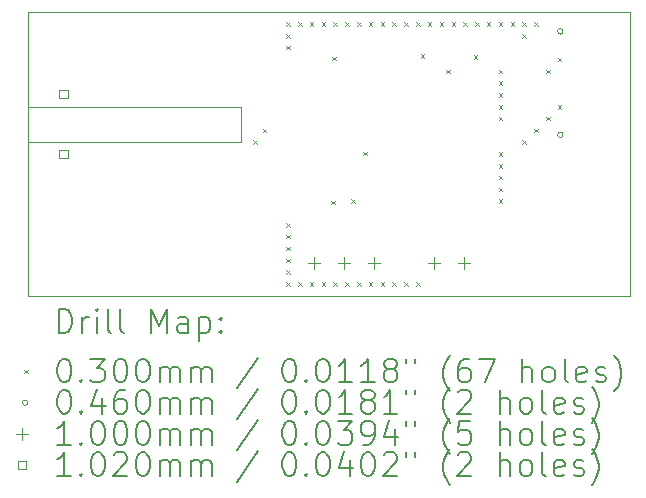
<source format=gbr>
%TF.GenerationSoftware,KiCad,Pcbnew,8.0.6*%
%TF.CreationDate,2025-02-18T13:58:59+01:00*%
%TF.ProjectId,DifferentialProbe,44696666-6572-4656-9e74-69616c50726f,rev?*%
%TF.SameCoordinates,Original*%
%TF.FileFunction,Drillmap*%
%TF.FilePolarity,Positive*%
%FSLAX45Y45*%
G04 Gerber Fmt 4.5, Leading zero omitted, Abs format (unit mm)*
G04 Created by KiCad (PCBNEW 8.0.6) date 2025-02-18 13:58:59*
%MOMM*%
%LPD*%
G01*
G04 APERTURE LIST*
%ADD10C,0.050000*%
%ADD11C,0.200000*%
%ADD12C,0.100000*%
%ADD13C,0.102000*%
G04 APERTURE END LIST*
D10*
X9200000Y-8100000D02*
X14300000Y-8100000D01*
X14300000Y-10500000D01*
X9200000Y-10500000D01*
X9200000Y-8100000D01*
X9200000Y-9200000D02*
X11000000Y-9200000D01*
X11000000Y-8900000D02*
X11000000Y-9200000D01*
X9200000Y-8900000D02*
X11000000Y-8900000D01*
D11*
D12*
X11105000Y-9185000D02*
X11135000Y-9215000D01*
X11135000Y-9185000D02*
X11105000Y-9215000D01*
X11185000Y-9085000D02*
X11215000Y-9115000D01*
X11215000Y-9085000D02*
X11185000Y-9115000D01*
X11385000Y-8185000D02*
X11415000Y-8215000D01*
X11415000Y-8185000D02*
X11385000Y-8215000D01*
X11385000Y-8285000D02*
X11415000Y-8315000D01*
X11415000Y-8285000D02*
X11385000Y-8315000D01*
X11385000Y-8385000D02*
X11415000Y-8415000D01*
X11415000Y-8385000D02*
X11385000Y-8415000D01*
X11385000Y-9885000D02*
X11415000Y-9915000D01*
X11415000Y-9885000D02*
X11385000Y-9915000D01*
X11385000Y-9985000D02*
X11415000Y-10015000D01*
X11415000Y-9985000D02*
X11385000Y-10015000D01*
X11385000Y-10085000D02*
X11415000Y-10115000D01*
X11415000Y-10085000D02*
X11385000Y-10115000D01*
X11385000Y-10185000D02*
X11415000Y-10215000D01*
X11415000Y-10185000D02*
X11385000Y-10215000D01*
X11385000Y-10285000D02*
X11415000Y-10315000D01*
X11415000Y-10285000D02*
X11385000Y-10315000D01*
X11385000Y-10385000D02*
X11415000Y-10415000D01*
X11415000Y-10385000D02*
X11385000Y-10415000D01*
X11485000Y-8185000D02*
X11515000Y-8215000D01*
X11515000Y-8185000D02*
X11485000Y-8215000D01*
X11485000Y-10385000D02*
X11515000Y-10415000D01*
X11515000Y-10385000D02*
X11485000Y-10415000D01*
X11585000Y-8185000D02*
X11615000Y-8215000D01*
X11615000Y-8185000D02*
X11585000Y-8215000D01*
X11585000Y-10385000D02*
X11615000Y-10415000D01*
X11615000Y-10385000D02*
X11585000Y-10415000D01*
X11685000Y-8185000D02*
X11715000Y-8215000D01*
X11715000Y-8185000D02*
X11685000Y-8215000D01*
X11685000Y-10385000D02*
X11715000Y-10415000D01*
X11715000Y-10385000D02*
X11685000Y-10415000D01*
X11765000Y-9695000D02*
X11795000Y-9725000D01*
X11795000Y-9695000D02*
X11765000Y-9725000D01*
X11775000Y-8475000D02*
X11805000Y-8505000D01*
X11805000Y-8475000D02*
X11775000Y-8505000D01*
X11785000Y-8185000D02*
X11815000Y-8215000D01*
X11815000Y-8185000D02*
X11785000Y-8215000D01*
X11785000Y-10385000D02*
X11815000Y-10415000D01*
X11815000Y-10385000D02*
X11785000Y-10415000D01*
X11885000Y-8185000D02*
X11915000Y-8215000D01*
X11915000Y-8185000D02*
X11885000Y-8215000D01*
X11885000Y-10385000D02*
X11915000Y-10415000D01*
X11915000Y-10385000D02*
X11885000Y-10415000D01*
X11935000Y-9685000D02*
X11965000Y-9715000D01*
X11965000Y-9685000D02*
X11935000Y-9715000D01*
X11985000Y-8185000D02*
X12015000Y-8215000D01*
X12015000Y-8185000D02*
X11985000Y-8215000D01*
X11985000Y-10385000D02*
X12015000Y-10415000D01*
X12015000Y-10385000D02*
X11985000Y-10415000D01*
X12037577Y-9282500D02*
X12067577Y-9312500D01*
X12067577Y-9282500D02*
X12037577Y-9312500D01*
X12085000Y-8185000D02*
X12115000Y-8215000D01*
X12115000Y-8185000D02*
X12085000Y-8215000D01*
X12085000Y-10385000D02*
X12115000Y-10415000D01*
X12115000Y-10385000D02*
X12085000Y-10415000D01*
X12185000Y-8185000D02*
X12215000Y-8215000D01*
X12215000Y-8185000D02*
X12185000Y-8215000D01*
X12185000Y-10385000D02*
X12215000Y-10415000D01*
X12215000Y-10385000D02*
X12185000Y-10415000D01*
X12285000Y-8185000D02*
X12315000Y-8215000D01*
X12315000Y-8185000D02*
X12285000Y-8215000D01*
X12285000Y-10385000D02*
X12315000Y-10415000D01*
X12315000Y-10385000D02*
X12285000Y-10415000D01*
X12385000Y-8185000D02*
X12415000Y-8215000D01*
X12415000Y-8185000D02*
X12385000Y-8215000D01*
X12385000Y-10385000D02*
X12415000Y-10415000D01*
X12415000Y-10385000D02*
X12385000Y-10415000D01*
X12485000Y-8185000D02*
X12515000Y-8215000D01*
X12515000Y-8185000D02*
X12485000Y-8215000D01*
X12485000Y-10385000D02*
X12515000Y-10415000D01*
X12515000Y-10385000D02*
X12485000Y-10415000D01*
X12525000Y-8455000D02*
X12555000Y-8485000D01*
X12555000Y-8455000D02*
X12525000Y-8485000D01*
X12585000Y-8185000D02*
X12615000Y-8215000D01*
X12615000Y-8185000D02*
X12585000Y-8215000D01*
X12685000Y-8185000D02*
X12715000Y-8215000D01*
X12715000Y-8185000D02*
X12685000Y-8215000D01*
X12742000Y-8585000D02*
X12772000Y-8615000D01*
X12772000Y-8585000D02*
X12742000Y-8615000D01*
X12785000Y-8185000D02*
X12815000Y-8215000D01*
X12815000Y-8185000D02*
X12785000Y-8215000D01*
X12885000Y-8185000D02*
X12915000Y-8215000D01*
X12915000Y-8185000D02*
X12885000Y-8215000D01*
X12975000Y-8465000D02*
X13005000Y-8495000D01*
X13005000Y-8465000D02*
X12975000Y-8495000D01*
X12985000Y-8185000D02*
X13015000Y-8215000D01*
X13015000Y-8185000D02*
X12985000Y-8215000D01*
X13085000Y-8185000D02*
X13115000Y-8215000D01*
X13115000Y-8185000D02*
X13085000Y-8215000D01*
X13185000Y-8185000D02*
X13215000Y-8215000D01*
X13215000Y-8185000D02*
X13185000Y-8215000D01*
X13185000Y-8585000D02*
X13215000Y-8615000D01*
X13215000Y-8585000D02*
X13185000Y-8615000D01*
X13185000Y-8685000D02*
X13215000Y-8715000D01*
X13215000Y-8685000D02*
X13185000Y-8715000D01*
X13185000Y-8785000D02*
X13215000Y-8815000D01*
X13215000Y-8785000D02*
X13185000Y-8815000D01*
X13185000Y-8885000D02*
X13215000Y-8915000D01*
X13215000Y-8885000D02*
X13185000Y-8915000D01*
X13185000Y-8985000D02*
X13215000Y-9015000D01*
X13215000Y-8985000D02*
X13185000Y-9015000D01*
X13185000Y-9285000D02*
X13215000Y-9315000D01*
X13215000Y-9285000D02*
X13185000Y-9315000D01*
X13185000Y-9385000D02*
X13215000Y-9415000D01*
X13215000Y-9385000D02*
X13185000Y-9415000D01*
X13185000Y-9485000D02*
X13215000Y-9515000D01*
X13215000Y-9485000D02*
X13185000Y-9515000D01*
X13185000Y-9585000D02*
X13215000Y-9615000D01*
X13215000Y-9585000D02*
X13185000Y-9615000D01*
X13185000Y-9685000D02*
X13215000Y-9715000D01*
X13215000Y-9685000D02*
X13185000Y-9715000D01*
X13285000Y-8185000D02*
X13315000Y-8215000D01*
X13315000Y-8185000D02*
X13285000Y-8215000D01*
X13385000Y-8185000D02*
X13415000Y-8215000D01*
X13415000Y-8185000D02*
X13385000Y-8215000D01*
X13385000Y-8285000D02*
X13415000Y-8315000D01*
X13415000Y-8285000D02*
X13385000Y-8315000D01*
X13385000Y-9185000D02*
X13415000Y-9215000D01*
X13415000Y-9185000D02*
X13385000Y-9215000D01*
X13485000Y-8185000D02*
X13515000Y-8215000D01*
X13515000Y-8185000D02*
X13485000Y-8215000D01*
X13485000Y-9085000D02*
X13515000Y-9115000D01*
X13515000Y-9085000D02*
X13485000Y-9115000D01*
X13585000Y-8585000D02*
X13615000Y-8615000D01*
X13615000Y-8585000D02*
X13585000Y-8615000D01*
X13585000Y-8985000D02*
X13615000Y-9015000D01*
X13615000Y-8985000D02*
X13585000Y-9015000D01*
X13685000Y-8485000D02*
X13715000Y-8515000D01*
X13715000Y-8485000D02*
X13685000Y-8515000D01*
X13685000Y-8885000D02*
X13715000Y-8915000D01*
X13715000Y-8885000D02*
X13685000Y-8915000D01*
X13729000Y-8262000D02*
G75*
G02*
X13683000Y-8262000I-23000J0D01*
G01*
X13683000Y-8262000D02*
G75*
G02*
X13729000Y-8262000I23000J0D01*
G01*
X13729000Y-9138000D02*
G75*
G02*
X13683000Y-9138000I-23000J0D01*
G01*
X13683000Y-9138000D02*
G75*
G02*
X13729000Y-9138000I23000J0D01*
G01*
X11620750Y-10171500D02*
X11620750Y-10271500D01*
X11570750Y-10221500D02*
X11670750Y-10221500D01*
X11874750Y-10171500D02*
X11874750Y-10271500D01*
X11824750Y-10221500D02*
X11924750Y-10221500D01*
X12128750Y-10171500D02*
X12128750Y-10271500D01*
X12078750Y-10221500D02*
X12178750Y-10221500D01*
X12636750Y-10171500D02*
X12636750Y-10271500D01*
X12586750Y-10221500D02*
X12686750Y-10221500D01*
X12890750Y-10171500D02*
X12890750Y-10271500D01*
X12840750Y-10221500D02*
X12940750Y-10221500D01*
D13*
X9536063Y-8828063D02*
X9536063Y-8755937D01*
X9463937Y-8755937D01*
X9463937Y-8828063D01*
X9536063Y-8828063D01*
X9536063Y-9336063D02*
X9536063Y-9263937D01*
X9463937Y-9263937D01*
X9463937Y-9336063D01*
X9536063Y-9336063D01*
D11*
X9458277Y-10813984D02*
X9458277Y-10613984D01*
X9458277Y-10613984D02*
X9505896Y-10613984D01*
X9505896Y-10613984D02*
X9534467Y-10623508D01*
X9534467Y-10623508D02*
X9553515Y-10642555D01*
X9553515Y-10642555D02*
X9563039Y-10661603D01*
X9563039Y-10661603D02*
X9572563Y-10699698D01*
X9572563Y-10699698D02*
X9572563Y-10728270D01*
X9572563Y-10728270D02*
X9563039Y-10766365D01*
X9563039Y-10766365D02*
X9553515Y-10785412D01*
X9553515Y-10785412D02*
X9534467Y-10804460D01*
X9534467Y-10804460D02*
X9505896Y-10813984D01*
X9505896Y-10813984D02*
X9458277Y-10813984D01*
X9658277Y-10813984D02*
X9658277Y-10680650D01*
X9658277Y-10718746D02*
X9667801Y-10699698D01*
X9667801Y-10699698D02*
X9677324Y-10690174D01*
X9677324Y-10690174D02*
X9696372Y-10680650D01*
X9696372Y-10680650D02*
X9715420Y-10680650D01*
X9782086Y-10813984D02*
X9782086Y-10680650D01*
X9782086Y-10613984D02*
X9772563Y-10623508D01*
X9772563Y-10623508D02*
X9782086Y-10633031D01*
X9782086Y-10633031D02*
X9791610Y-10623508D01*
X9791610Y-10623508D02*
X9782086Y-10613984D01*
X9782086Y-10613984D02*
X9782086Y-10633031D01*
X9905896Y-10813984D02*
X9886848Y-10804460D01*
X9886848Y-10804460D02*
X9877324Y-10785412D01*
X9877324Y-10785412D02*
X9877324Y-10613984D01*
X10010658Y-10813984D02*
X9991610Y-10804460D01*
X9991610Y-10804460D02*
X9982086Y-10785412D01*
X9982086Y-10785412D02*
X9982086Y-10613984D01*
X10239229Y-10813984D02*
X10239229Y-10613984D01*
X10239229Y-10613984D02*
X10305896Y-10756841D01*
X10305896Y-10756841D02*
X10372563Y-10613984D01*
X10372563Y-10613984D02*
X10372563Y-10813984D01*
X10553515Y-10813984D02*
X10553515Y-10709222D01*
X10553515Y-10709222D02*
X10543991Y-10690174D01*
X10543991Y-10690174D02*
X10524944Y-10680650D01*
X10524944Y-10680650D02*
X10486848Y-10680650D01*
X10486848Y-10680650D02*
X10467801Y-10690174D01*
X10553515Y-10804460D02*
X10534467Y-10813984D01*
X10534467Y-10813984D02*
X10486848Y-10813984D01*
X10486848Y-10813984D02*
X10467801Y-10804460D01*
X10467801Y-10804460D02*
X10458277Y-10785412D01*
X10458277Y-10785412D02*
X10458277Y-10766365D01*
X10458277Y-10766365D02*
X10467801Y-10747317D01*
X10467801Y-10747317D02*
X10486848Y-10737793D01*
X10486848Y-10737793D02*
X10534467Y-10737793D01*
X10534467Y-10737793D02*
X10553515Y-10728270D01*
X10648753Y-10680650D02*
X10648753Y-10880650D01*
X10648753Y-10690174D02*
X10667801Y-10680650D01*
X10667801Y-10680650D02*
X10705896Y-10680650D01*
X10705896Y-10680650D02*
X10724944Y-10690174D01*
X10724944Y-10690174D02*
X10734467Y-10699698D01*
X10734467Y-10699698D02*
X10743991Y-10718746D01*
X10743991Y-10718746D02*
X10743991Y-10775889D01*
X10743991Y-10775889D02*
X10734467Y-10794936D01*
X10734467Y-10794936D02*
X10724944Y-10804460D01*
X10724944Y-10804460D02*
X10705896Y-10813984D01*
X10705896Y-10813984D02*
X10667801Y-10813984D01*
X10667801Y-10813984D02*
X10648753Y-10804460D01*
X10829705Y-10794936D02*
X10839229Y-10804460D01*
X10839229Y-10804460D02*
X10829705Y-10813984D01*
X10829705Y-10813984D02*
X10820182Y-10804460D01*
X10820182Y-10804460D02*
X10829705Y-10794936D01*
X10829705Y-10794936D02*
X10829705Y-10813984D01*
X10829705Y-10690174D02*
X10839229Y-10699698D01*
X10839229Y-10699698D02*
X10829705Y-10709222D01*
X10829705Y-10709222D02*
X10820182Y-10699698D01*
X10820182Y-10699698D02*
X10829705Y-10690174D01*
X10829705Y-10690174D02*
X10829705Y-10709222D01*
D12*
X9167500Y-11127500D02*
X9197500Y-11157500D01*
X9197500Y-11127500D02*
X9167500Y-11157500D01*
D11*
X9496372Y-11033984D02*
X9515420Y-11033984D01*
X9515420Y-11033984D02*
X9534467Y-11043508D01*
X9534467Y-11043508D02*
X9543991Y-11053031D01*
X9543991Y-11053031D02*
X9553515Y-11072079D01*
X9553515Y-11072079D02*
X9563039Y-11110174D01*
X9563039Y-11110174D02*
X9563039Y-11157793D01*
X9563039Y-11157793D02*
X9553515Y-11195888D01*
X9553515Y-11195888D02*
X9543991Y-11214936D01*
X9543991Y-11214936D02*
X9534467Y-11224460D01*
X9534467Y-11224460D02*
X9515420Y-11233984D01*
X9515420Y-11233984D02*
X9496372Y-11233984D01*
X9496372Y-11233984D02*
X9477324Y-11224460D01*
X9477324Y-11224460D02*
X9467801Y-11214936D01*
X9467801Y-11214936D02*
X9458277Y-11195888D01*
X9458277Y-11195888D02*
X9448753Y-11157793D01*
X9448753Y-11157793D02*
X9448753Y-11110174D01*
X9448753Y-11110174D02*
X9458277Y-11072079D01*
X9458277Y-11072079D02*
X9467801Y-11053031D01*
X9467801Y-11053031D02*
X9477324Y-11043508D01*
X9477324Y-11043508D02*
X9496372Y-11033984D01*
X9648753Y-11214936D02*
X9658277Y-11224460D01*
X9658277Y-11224460D02*
X9648753Y-11233984D01*
X9648753Y-11233984D02*
X9639229Y-11224460D01*
X9639229Y-11224460D02*
X9648753Y-11214936D01*
X9648753Y-11214936D02*
X9648753Y-11233984D01*
X9724944Y-11033984D02*
X9848753Y-11033984D01*
X9848753Y-11033984D02*
X9782086Y-11110174D01*
X9782086Y-11110174D02*
X9810658Y-11110174D01*
X9810658Y-11110174D02*
X9829705Y-11119698D01*
X9829705Y-11119698D02*
X9839229Y-11129222D01*
X9839229Y-11129222D02*
X9848753Y-11148270D01*
X9848753Y-11148270D02*
X9848753Y-11195888D01*
X9848753Y-11195888D02*
X9839229Y-11214936D01*
X9839229Y-11214936D02*
X9829705Y-11224460D01*
X9829705Y-11224460D02*
X9810658Y-11233984D01*
X9810658Y-11233984D02*
X9753515Y-11233984D01*
X9753515Y-11233984D02*
X9734467Y-11224460D01*
X9734467Y-11224460D02*
X9724944Y-11214936D01*
X9972563Y-11033984D02*
X9991610Y-11033984D01*
X9991610Y-11033984D02*
X10010658Y-11043508D01*
X10010658Y-11043508D02*
X10020182Y-11053031D01*
X10020182Y-11053031D02*
X10029705Y-11072079D01*
X10029705Y-11072079D02*
X10039229Y-11110174D01*
X10039229Y-11110174D02*
X10039229Y-11157793D01*
X10039229Y-11157793D02*
X10029705Y-11195888D01*
X10029705Y-11195888D02*
X10020182Y-11214936D01*
X10020182Y-11214936D02*
X10010658Y-11224460D01*
X10010658Y-11224460D02*
X9991610Y-11233984D01*
X9991610Y-11233984D02*
X9972563Y-11233984D01*
X9972563Y-11233984D02*
X9953515Y-11224460D01*
X9953515Y-11224460D02*
X9943991Y-11214936D01*
X9943991Y-11214936D02*
X9934467Y-11195888D01*
X9934467Y-11195888D02*
X9924944Y-11157793D01*
X9924944Y-11157793D02*
X9924944Y-11110174D01*
X9924944Y-11110174D02*
X9934467Y-11072079D01*
X9934467Y-11072079D02*
X9943991Y-11053031D01*
X9943991Y-11053031D02*
X9953515Y-11043508D01*
X9953515Y-11043508D02*
X9972563Y-11033984D01*
X10163039Y-11033984D02*
X10182086Y-11033984D01*
X10182086Y-11033984D02*
X10201134Y-11043508D01*
X10201134Y-11043508D02*
X10210658Y-11053031D01*
X10210658Y-11053031D02*
X10220182Y-11072079D01*
X10220182Y-11072079D02*
X10229705Y-11110174D01*
X10229705Y-11110174D02*
X10229705Y-11157793D01*
X10229705Y-11157793D02*
X10220182Y-11195888D01*
X10220182Y-11195888D02*
X10210658Y-11214936D01*
X10210658Y-11214936D02*
X10201134Y-11224460D01*
X10201134Y-11224460D02*
X10182086Y-11233984D01*
X10182086Y-11233984D02*
X10163039Y-11233984D01*
X10163039Y-11233984D02*
X10143991Y-11224460D01*
X10143991Y-11224460D02*
X10134467Y-11214936D01*
X10134467Y-11214936D02*
X10124944Y-11195888D01*
X10124944Y-11195888D02*
X10115420Y-11157793D01*
X10115420Y-11157793D02*
X10115420Y-11110174D01*
X10115420Y-11110174D02*
X10124944Y-11072079D01*
X10124944Y-11072079D02*
X10134467Y-11053031D01*
X10134467Y-11053031D02*
X10143991Y-11043508D01*
X10143991Y-11043508D02*
X10163039Y-11033984D01*
X10315420Y-11233984D02*
X10315420Y-11100650D01*
X10315420Y-11119698D02*
X10324944Y-11110174D01*
X10324944Y-11110174D02*
X10343991Y-11100650D01*
X10343991Y-11100650D02*
X10372563Y-11100650D01*
X10372563Y-11100650D02*
X10391610Y-11110174D01*
X10391610Y-11110174D02*
X10401134Y-11129222D01*
X10401134Y-11129222D02*
X10401134Y-11233984D01*
X10401134Y-11129222D02*
X10410658Y-11110174D01*
X10410658Y-11110174D02*
X10429705Y-11100650D01*
X10429705Y-11100650D02*
X10458277Y-11100650D01*
X10458277Y-11100650D02*
X10477325Y-11110174D01*
X10477325Y-11110174D02*
X10486848Y-11129222D01*
X10486848Y-11129222D02*
X10486848Y-11233984D01*
X10582086Y-11233984D02*
X10582086Y-11100650D01*
X10582086Y-11119698D02*
X10591610Y-11110174D01*
X10591610Y-11110174D02*
X10610658Y-11100650D01*
X10610658Y-11100650D02*
X10639229Y-11100650D01*
X10639229Y-11100650D02*
X10658277Y-11110174D01*
X10658277Y-11110174D02*
X10667801Y-11129222D01*
X10667801Y-11129222D02*
X10667801Y-11233984D01*
X10667801Y-11129222D02*
X10677325Y-11110174D01*
X10677325Y-11110174D02*
X10696372Y-11100650D01*
X10696372Y-11100650D02*
X10724944Y-11100650D01*
X10724944Y-11100650D02*
X10743991Y-11110174D01*
X10743991Y-11110174D02*
X10753515Y-11129222D01*
X10753515Y-11129222D02*
X10753515Y-11233984D01*
X11143991Y-11024460D02*
X10972563Y-11281603D01*
X11401134Y-11033984D02*
X11420182Y-11033984D01*
X11420182Y-11033984D02*
X11439229Y-11043508D01*
X11439229Y-11043508D02*
X11448753Y-11053031D01*
X11448753Y-11053031D02*
X11458277Y-11072079D01*
X11458277Y-11072079D02*
X11467801Y-11110174D01*
X11467801Y-11110174D02*
X11467801Y-11157793D01*
X11467801Y-11157793D02*
X11458277Y-11195888D01*
X11458277Y-11195888D02*
X11448753Y-11214936D01*
X11448753Y-11214936D02*
X11439229Y-11224460D01*
X11439229Y-11224460D02*
X11420182Y-11233984D01*
X11420182Y-11233984D02*
X11401134Y-11233984D01*
X11401134Y-11233984D02*
X11382086Y-11224460D01*
X11382086Y-11224460D02*
X11372563Y-11214936D01*
X11372563Y-11214936D02*
X11363039Y-11195888D01*
X11363039Y-11195888D02*
X11353515Y-11157793D01*
X11353515Y-11157793D02*
X11353515Y-11110174D01*
X11353515Y-11110174D02*
X11363039Y-11072079D01*
X11363039Y-11072079D02*
X11372563Y-11053031D01*
X11372563Y-11053031D02*
X11382086Y-11043508D01*
X11382086Y-11043508D02*
X11401134Y-11033984D01*
X11553515Y-11214936D02*
X11563039Y-11224460D01*
X11563039Y-11224460D02*
X11553515Y-11233984D01*
X11553515Y-11233984D02*
X11543991Y-11224460D01*
X11543991Y-11224460D02*
X11553515Y-11214936D01*
X11553515Y-11214936D02*
X11553515Y-11233984D01*
X11686848Y-11033984D02*
X11705896Y-11033984D01*
X11705896Y-11033984D02*
X11724944Y-11043508D01*
X11724944Y-11043508D02*
X11734467Y-11053031D01*
X11734467Y-11053031D02*
X11743991Y-11072079D01*
X11743991Y-11072079D02*
X11753515Y-11110174D01*
X11753515Y-11110174D02*
X11753515Y-11157793D01*
X11753515Y-11157793D02*
X11743991Y-11195888D01*
X11743991Y-11195888D02*
X11734467Y-11214936D01*
X11734467Y-11214936D02*
X11724944Y-11224460D01*
X11724944Y-11224460D02*
X11705896Y-11233984D01*
X11705896Y-11233984D02*
X11686848Y-11233984D01*
X11686848Y-11233984D02*
X11667801Y-11224460D01*
X11667801Y-11224460D02*
X11658277Y-11214936D01*
X11658277Y-11214936D02*
X11648753Y-11195888D01*
X11648753Y-11195888D02*
X11639229Y-11157793D01*
X11639229Y-11157793D02*
X11639229Y-11110174D01*
X11639229Y-11110174D02*
X11648753Y-11072079D01*
X11648753Y-11072079D02*
X11658277Y-11053031D01*
X11658277Y-11053031D02*
X11667801Y-11043508D01*
X11667801Y-11043508D02*
X11686848Y-11033984D01*
X11943991Y-11233984D02*
X11829706Y-11233984D01*
X11886848Y-11233984D02*
X11886848Y-11033984D01*
X11886848Y-11033984D02*
X11867801Y-11062555D01*
X11867801Y-11062555D02*
X11848753Y-11081603D01*
X11848753Y-11081603D02*
X11829706Y-11091127D01*
X12134467Y-11233984D02*
X12020182Y-11233984D01*
X12077325Y-11233984D02*
X12077325Y-11033984D01*
X12077325Y-11033984D02*
X12058277Y-11062555D01*
X12058277Y-11062555D02*
X12039229Y-11081603D01*
X12039229Y-11081603D02*
X12020182Y-11091127D01*
X12248753Y-11119698D02*
X12229706Y-11110174D01*
X12229706Y-11110174D02*
X12220182Y-11100650D01*
X12220182Y-11100650D02*
X12210658Y-11081603D01*
X12210658Y-11081603D02*
X12210658Y-11072079D01*
X12210658Y-11072079D02*
X12220182Y-11053031D01*
X12220182Y-11053031D02*
X12229706Y-11043508D01*
X12229706Y-11043508D02*
X12248753Y-11033984D01*
X12248753Y-11033984D02*
X12286848Y-11033984D01*
X12286848Y-11033984D02*
X12305896Y-11043508D01*
X12305896Y-11043508D02*
X12315420Y-11053031D01*
X12315420Y-11053031D02*
X12324944Y-11072079D01*
X12324944Y-11072079D02*
X12324944Y-11081603D01*
X12324944Y-11081603D02*
X12315420Y-11100650D01*
X12315420Y-11100650D02*
X12305896Y-11110174D01*
X12305896Y-11110174D02*
X12286848Y-11119698D01*
X12286848Y-11119698D02*
X12248753Y-11119698D01*
X12248753Y-11119698D02*
X12229706Y-11129222D01*
X12229706Y-11129222D02*
X12220182Y-11138746D01*
X12220182Y-11138746D02*
X12210658Y-11157793D01*
X12210658Y-11157793D02*
X12210658Y-11195888D01*
X12210658Y-11195888D02*
X12220182Y-11214936D01*
X12220182Y-11214936D02*
X12229706Y-11224460D01*
X12229706Y-11224460D02*
X12248753Y-11233984D01*
X12248753Y-11233984D02*
X12286848Y-11233984D01*
X12286848Y-11233984D02*
X12305896Y-11224460D01*
X12305896Y-11224460D02*
X12315420Y-11214936D01*
X12315420Y-11214936D02*
X12324944Y-11195888D01*
X12324944Y-11195888D02*
X12324944Y-11157793D01*
X12324944Y-11157793D02*
X12315420Y-11138746D01*
X12315420Y-11138746D02*
X12305896Y-11129222D01*
X12305896Y-11129222D02*
X12286848Y-11119698D01*
X12401134Y-11033984D02*
X12401134Y-11072079D01*
X12477325Y-11033984D02*
X12477325Y-11072079D01*
X12772563Y-11310174D02*
X12763039Y-11300650D01*
X12763039Y-11300650D02*
X12743991Y-11272079D01*
X12743991Y-11272079D02*
X12734468Y-11253031D01*
X12734468Y-11253031D02*
X12724944Y-11224460D01*
X12724944Y-11224460D02*
X12715420Y-11176841D01*
X12715420Y-11176841D02*
X12715420Y-11138746D01*
X12715420Y-11138746D02*
X12724944Y-11091127D01*
X12724944Y-11091127D02*
X12734468Y-11062555D01*
X12734468Y-11062555D02*
X12743991Y-11043508D01*
X12743991Y-11043508D02*
X12763039Y-11014936D01*
X12763039Y-11014936D02*
X12772563Y-11005412D01*
X12934468Y-11033984D02*
X12896372Y-11033984D01*
X12896372Y-11033984D02*
X12877325Y-11043508D01*
X12877325Y-11043508D02*
X12867801Y-11053031D01*
X12867801Y-11053031D02*
X12848753Y-11081603D01*
X12848753Y-11081603D02*
X12839229Y-11119698D01*
X12839229Y-11119698D02*
X12839229Y-11195888D01*
X12839229Y-11195888D02*
X12848753Y-11214936D01*
X12848753Y-11214936D02*
X12858277Y-11224460D01*
X12858277Y-11224460D02*
X12877325Y-11233984D01*
X12877325Y-11233984D02*
X12915420Y-11233984D01*
X12915420Y-11233984D02*
X12934468Y-11224460D01*
X12934468Y-11224460D02*
X12943991Y-11214936D01*
X12943991Y-11214936D02*
X12953515Y-11195888D01*
X12953515Y-11195888D02*
X12953515Y-11148270D01*
X12953515Y-11148270D02*
X12943991Y-11129222D01*
X12943991Y-11129222D02*
X12934468Y-11119698D01*
X12934468Y-11119698D02*
X12915420Y-11110174D01*
X12915420Y-11110174D02*
X12877325Y-11110174D01*
X12877325Y-11110174D02*
X12858277Y-11119698D01*
X12858277Y-11119698D02*
X12848753Y-11129222D01*
X12848753Y-11129222D02*
X12839229Y-11148270D01*
X13020182Y-11033984D02*
X13153515Y-11033984D01*
X13153515Y-11033984D02*
X13067801Y-11233984D01*
X13382087Y-11233984D02*
X13382087Y-11033984D01*
X13467801Y-11233984D02*
X13467801Y-11129222D01*
X13467801Y-11129222D02*
X13458277Y-11110174D01*
X13458277Y-11110174D02*
X13439230Y-11100650D01*
X13439230Y-11100650D02*
X13410658Y-11100650D01*
X13410658Y-11100650D02*
X13391610Y-11110174D01*
X13391610Y-11110174D02*
X13382087Y-11119698D01*
X13591610Y-11233984D02*
X13572563Y-11224460D01*
X13572563Y-11224460D02*
X13563039Y-11214936D01*
X13563039Y-11214936D02*
X13553515Y-11195888D01*
X13553515Y-11195888D02*
X13553515Y-11138746D01*
X13553515Y-11138746D02*
X13563039Y-11119698D01*
X13563039Y-11119698D02*
X13572563Y-11110174D01*
X13572563Y-11110174D02*
X13591610Y-11100650D01*
X13591610Y-11100650D02*
X13620182Y-11100650D01*
X13620182Y-11100650D02*
X13639230Y-11110174D01*
X13639230Y-11110174D02*
X13648753Y-11119698D01*
X13648753Y-11119698D02*
X13658277Y-11138746D01*
X13658277Y-11138746D02*
X13658277Y-11195888D01*
X13658277Y-11195888D02*
X13648753Y-11214936D01*
X13648753Y-11214936D02*
X13639230Y-11224460D01*
X13639230Y-11224460D02*
X13620182Y-11233984D01*
X13620182Y-11233984D02*
X13591610Y-11233984D01*
X13772563Y-11233984D02*
X13753515Y-11224460D01*
X13753515Y-11224460D02*
X13743991Y-11205412D01*
X13743991Y-11205412D02*
X13743991Y-11033984D01*
X13924944Y-11224460D02*
X13905896Y-11233984D01*
X13905896Y-11233984D02*
X13867801Y-11233984D01*
X13867801Y-11233984D02*
X13848753Y-11224460D01*
X13848753Y-11224460D02*
X13839230Y-11205412D01*
X13839230Y-11205412D02*
X13839230Y-11129222D01*
X13839230Y-11129222D02*
X13848753Y-11110174D01*
X13848753Y-11110174D02*
X13867801Y-11100650D01*
X13867801Y-11100650D02*
X13905896Y-11100650D01*
X13905896Y-11100650D02*
X13924944Y-11110174D01*
X13924944Y-11110174D02*
X13934468Y-11129222D01*
X13934468Y-11129222D02*
X13934468Y-11148270D01*
X13934468Y-11148270D02*
X13839230Y-11167317D01*
X14010658Y-11224460D02*
X14029706Y-11233984D01*
X14029706Y-11233984D02*
X14067801Y-11233984D01*
X14067801Y-11233984D02*
X14086849Y-11224460D01*
X14086849Y-11224460D02*
X14096372Y-11205412D01*
X14096372Y-11205412D02*
X14096372Y-11195888D01*
X14096372Y-11195888D02*
X14086849Y-11176841D01*
X14086849Y-11176841D02*
X14067801Y-11167317D01*
X14067801Y-11167317D02*
X14039230Y-11167317D01*
X14039230Y-11167317D02*
X14020182Y-11157793D01*
X14020182Y-11157793D02*
X14010658Y-11138746D01*
X14010658Y-11138746D02*
X14010658Y-11129222D01*
X14010658Y-11129222D02*
X14020182Y-11110174D01*
X14020182Y-11110174D02*
X14039230Y-11100650D01*
X14039230Y-11100650D02*
X14067801Y-11100650D01*
X14067801Y-11100650D02*
X14086849Y-11110174D01*
X14163039Y-11310174D02*
X14172563Y-11300650D01*
X14172563Y-11300650D02*
X14191611Y-11272079D01*
X14191611Y-11272079D02*
X14201134Y-11253031D01*
X14201134Y-11253031D02*
X14210658Y-11224460D01*
X14210658Y-11224460D02*
X14220182Y-11176841D01*
X14220182Y-11176841D02*
X14220182Y-11138746D01*
X14220182Y-11138746D02*
X14210658Y-11091127D01*
X14210658Y-11091127D02*
X14201134Y-11062555D01*
X14201134Y-11062555D02*
X14191611Y-11043508D01*
X14191611Y-11043508D02*
X14172563Y-11014936D01*
X14172563Y-11014936D02*
X14163039Y-11005412D01*
D12*
X9197500Y-11406500D02*
G75*
G02*
X9151500Y-11406500I-23000J0D01*
G01*
X9151500Y-11406500D02*
G75*
G02*
X9197500Y-11406500I23000J0D01*
G01*
D11*
X9496372Y-11297984D02*
X9515420Y-11297984D01*
X9515420Y-11297984D02*
X9534467Y-11307508D01*
X9534467Y-11307508D02*
X9543991Y-11317031D01*
X9543991Y-11317031D02*
X9553515Y-11336079D01*
X9553515Y-11336079D02*
X9563039Y-11374174D01*
X9563039Y-11374174D02*
X9563039Y-11421793D01*
X9563039Y-11421793D02*
X9553515Y-11459888D01*
X9553515Y-11459888D02*
X9543991Y-11478936D01*
X9543991Y-11478936D02*
X9534467Y-11488460D01*
X9534467Y-11488460D02*
X9515420Y-11497984D01*
X9515420Y-11497984D02*
X9496372Y-11497984D01*
X9496372Y-11497984D02*
X9477324Y-11488460D01*
X9477324Y-11488460D02*
X9467801Y-11478936D01*
X9467801Y-11478936D02*
X9458277Y-11459888D01*
X9458277Y-11459888D02*
X9448753Y-11421793D01*
X9448753Y-11421793D02*
X9448753Y-11374174D01*
X9448753Y-11374174D02*
X9458277Y-11336079D01*
X9458277Y-11336079D02*
X9467801Y-11317031D01*
X9467801Y-11317031D02*
X9477324Y-11307508D01*
X9477324Y-11307508D02*
X9496372Y-11297984D01*
X9648753Y-11478936D02*
X9658277Y-11488460D01*
X9658277Y-11488460D02*
X9648753Y-11497984D01*
X9648753Y-11497984D02*
X9639229Y-11488460D01*
X9639229Y-11488460D02*
X9648753Y-11478936D01*
X9648753Y-11478936D02*
X9648753Y-11497984D01*
X9829705Y-11364650D02*
X9829705Y-11497984D01*
X9782086Y-11288460D02*
X9734467Y-11431317D01*
X9734467Y-11431317D02*
X9858277Y-11431317D01*
X10020182Y-11297984D02*
X9982086Y-11297984D01*
X9982086Y-11297984D02*
X9963039Y-11307508D01*
X9963039Y-11307508D02*
X9953515Y-11317031D01*
X9953515Y-11317031D02*
X9934467Y-11345603D01*
X9934467Y-11345603D02*
X9924944Y-11383698D01*
X9924944Y-11383698D02*
X9924944Y-11459888D01*
X9924944Y-11459888D02*
X9934467Y-11478936D01*
X9934467Y-11478936D02*
X9943991Y-11488460D01*
X9943991Y-11488460D02*
X9963039Y-11497984D01*
X9963039Y-11497984D02*
X10001134Y-11497984D01*
X10001134Y-11497984D02*
X10020182Y-11488460D01*
X10020182Y-11488460D02*
X10029705Y-11478936D01*
X10029705Y-11478936D02*
X10039229Y-11459888D01*
X10039229Y-11459888D02*
X10039229Y-11412269D01*
X10039229Y-11412269D02*
X10029705Y-11393222D01*
X10029705Y-11393222D02*
X10020182Y-11383698D01*
X10020182Y-11383698D02*
X10001134Y-11374174D01*
X10001134Y-11374174D02*
X9963039Y-11374174D01*
X9963039Y-11374174D02*
X9943991Y-11383698D01*
X9943991Y-11383698D02*
X9934467Y-11393222D01*
X9934467Y-11393222D02*
X9924944Y-11412269D01*
X10163039Y-11297984D02*
X10182086Y-11297984D01*
X10182086Y-11297984D02*
X10201134Y-11307508D01*
X10201134Y-11307508D02*
X10210658Y-11317031D01*
X10210658Y-11317031D02*
X10220182Y-11336079D01*
X10220182Y-11336079D02*
X10229705Y-11374174D01*
X10229705Y-11374174D02*
X10229705Y-11421793D01*
X10229705Y-11421793D02*
X10220182Y-11459888D01*
X10220182Y-11459888D02*
X10210658Y-11478936D01*
X10210658Y-11478936D02*
X10201134Y-11488460D01*
X10201134Y-11488460D02*
X10182086Y-11497984D01*
X10182086Y-11497984D02*
X10163039Y-11497984D01*
X10163039Y-11497984D02*
X10143991Y-11488460D01*
X10143991Y-11488460D02*
X10134467Y-11478936D01*
X10134467Y-11478936D02*
X10124944Y-11459888D01*
X10124944Y-11459888D02*
X10115420Y-11421793D01*
X10115420Y-11421793D02*
X10115420Y-11374174D01*
X10115420Y-11374174D02*
X10124944Y-11336079D01*
X10124944Y-11336079D02*
X10134467Y-11317031D01*
X10134467Y-11317031D02*
X10143991Y-11307508D01*
X10143991Y-11307508D02*
X10163039Y-11297984D01*
X10315420Y-11497984D02*
X10315420Y-11364650D01*
X10315420Y-11383698D02*
X10324944Y-11374174D01*
X10324944Y-11374174D02*
X10343991Y-11364650D01*
X10343991Y-11364650D02*
X10372563Y-11364650D01*
X10372563Y-11364650D02*
X10391610Y-11374174D01*
X10391610Y-11374174D02*
X10401134Y-11393222D01*
X10401134Y-11393222D02*
X10401134Y-11497984D01*
X10401134Y-11393222D02*
X10410658Y-11374174D01*
X10410658Y-11374174D02*
X10429705Y-11364650D01*
X10429705Y-11364650D02*
X10458277Y-11364650D01*
X10458277Y-11364650D02*
X10477325Y-11374174D01*
X10477325Y-11374174D02*
X10486848Y-11393222D01*
X10486848Y-11393222D02*
X10486848Y-11497984D01*
X10582086Y-11497984D02*
X10582086Y-11364650D01*
X10582086Y-11383698D02*
X10591610Y-11374174D01*
X10591610Y-11374174D02*
X10610658Y-11364650D01*
X10610658Y-11364650D02*
X10639229Y-11364650D01*
X10639229Y-11364650D02*
X10658277Y-11374174D01*
X10658277Y-11374174D02*
X10667801Y-11393222D01*
X10667801Y-11393222D02*
X10667801Y-11497984D01*
X10667801Y-11393222D02*
X10677325Y-11374174D01*
X10677325Y-11374174D02*
X10696372Y-11364650D01*
X10696372Y-11364650D02*
X10724944Y-11364650D01*
X10724944Y-11364650D02*
X10743991Y-11374174D01*
X10743991Y-11374174D02*
X10753515Y-11393222D01*
X10753515Y-11393222D02*
X10753515Y-11497984D01*
X11143991Y-11288460D02*
X10972563Y-11545603D01*
X11401134Y-11297984D02*
X11420182Y-11297984D01*
X11420182Y-11297984D02*
X11439229Y-11307508D01*
X11439229Y-11307508D02*
X11448753Y-11317031D01*
X11448753Y-11317031D02*
X11458277Y-11336079D01*
X11458277Y-11336079D02*
X11467801Y-11374174D01*
X11467801Y-11374174D02*
X11467801Y-11421793D01*
X11467801Y-11421793D02*
X11458277Y-11459888D01*
X11458277Y-11459888D02*
X11448753Y-11478936D01*
X11448753Y-11478936D02*
X11439229Y-11488460D01*
X11439229Y-11488460D02*
X11420182Y-11497984D01*
X11420182Y-11497984D02*
X11401134Y-11497984D01*
X11401134Y-11497984D02*
X11382086Y-11488460D01*
X11382086Y-11488460D02*
X11372563Y-11478936D01*
X11372563Y-11478936D02*
X11363039Y-11459888D01*
X11363039Y-11459888D02*
X11353515Y-11421793D01*
X11353515Y-11421793D02*
X11353515Y-11374174D01*
X11353515Y-11374174D02*
X11363039Y-11336079D01*
X11363039Y-11336079D02*
X11372563Y-11317031D01*
X11372563Y-11317031D02*
X11382086Y-11307508D01*
X11382086Y-11307508D02*
X11401134Y-11297984D01*
X11553515Y-11478936D02*
X11563039Y-11488460D01*
X11563039Y-11488460D02*
X11553515Y-11497984D01*
X11553515Y-11497984D02*
X11543991Y-11488460D01*
X11543991Y-11488460D02*
X11553515Y-11478936D01*
X11553515Y-11478936D02*
X11553515Y-11497984D01*
X11686848Y-11297984D02*
X11705896Y-11297984D01*
X11705896Y-11297984D02*
X11724944Y-11307508D01*
X11724944Y-11307508D02*
X11734467Y-11317031D01*
X11734467Y-11317031D02*
X11743991Y-11336079D01*
X11743991Y-11336079D02*
X11753515Y-11374174D01*
X11753515Y-11374174D02*
X11753515Y-11421793D01*
X11753515Y-11421793D02*
X11743991Y-11459888D01*
X11743991Y-11459888D02*
X11734467Y-11478936D01*
X11734467Y-11478936D02*
X11724944Y-11488460D01*
X11724944Y-11488460D02*
X11705896Y-11497984D01*
X11705896Y-11497984D02*
X11686848Y-11497984D01*
X11686848Y-11497984D02*
X11667801Y-11488460D01*
X11667801Y-11488460D02*
X11658277Y-11478936D01*
X11658277Y-11478936D02*
X11648753Y-11459888D01*
X11648753Y-11459888D02*
X11639229Y-11421793D01*
X11639229Y-11421793D02*
X11639229Y-11374174D01*
X11639229Y-11374174D02*
X11648753Y-11336079D01*
X11648753Y-11336079D02*
X11658277Y-11317031D01*
X11658277Y-11317031D02*
X11667801Y-11307508D01*
X11667801Y-11307508D02*
X11686848Y-11297984D01*
X11943991Y-11497984D02*
X11829706Y-11497984D01*
X11886848Y-11497984D02*
X11886848Y-11297984D01*
X11886848Y-11297984D02*
X11867801Y-11326555D01*
X11867801Y-11326555D02*
X11848753Y-11345603D01*
X11848753Y-11345603D02*
X11829706Y-11355127D01*
X12058277Y-11383698D02*
X12039229Y-11374174D01*
X12039229Y-11374174D02*
X12029706Y-11364650D01*
X12029706Y-11364650D02*
X12020182Y-11345603D01*
X12020182Y-11345603D02*
X12020182Y-11336079D01*
X12020182Y-11336079D02*
X12029706Y-11317031D01*
X12029706Y-11317031D02*
X12039229Y-11307508D01*
X12039229Y-11307508D02*
X12058277Y-11297984D01*
X12058277Y-11297984D02*
X12096372Y-11297984D01*
X12096372Y-11297984D02*
X12115420Y-11307508D01*
X12115420Y-11307508D02*
X12124944Y-11317031D01*
X12124944Y-11317031D02*
X12134467Y-11336079D01*
X12134467Y-11336079D02*
X12134467Y-11345603D01*
X12134467Y-11345603D02*
X12124944Y-11364650D01*
X12124944Y-11364650D02*
X12115420Y-11374174D01*
X12115420Y-11374174D02*
X12096372Y-11383698D01*
X12096372Y-11383698D02*
X12058277Y-11383698D01*
X12058277Y-11383698D02*
X12039229Y-11393222D01*
X12039229Y-11393222D02*
X12029706Y-11402746D01*
X12029706Y-11402746D02*
X12020182Y-11421793D01*
X12020182Y-11421793D02*
X12020182Y-11459888D01*
X12020182Y-11459888D02*
X12029706Y-11478936D01*
X12029706Y-11478936D02*
X12039229Y-11488460D01*
X12039229Y-11488460D02*
X12058277Y-11497984D01*
X12058277Y-11497984D02*
X12096372Y-11497984D01*
X12096372Y-11497984D02*
X12115420Y-11488460D01*
X12115420Y-11488460D02*
X12124944Y-11478936D01*
X12124944Y-11478936D02*
X12134467Y-11459888D01*
X12134467Y-11459888D02*
X12134467Y-11421793D01*
X12134467Y-11421793D02*
X12124944Y-11402746D01*
X12124944Y-11402746D02*
X12115420Y-11393222D01*
X12115420Y-11393222D02*
X12096372Y-11383698D01*
X12324944Y-11497984D02*
X12210658Y-11497984D01*
X12267801Y-11497984D02*
X12267801Y-11297984D01*
X12267801Y-11297984D02*
X12248753Y-11326555D01*
X12248753Y-11326555D02*
X12229706Y-11345603D01*
X12229706Y-11345603D02*
X12210658Y-11355127D01*
X12401134Y-11297984D02*
X12401134Y-11336079D01*
X12477325Y-11297984D02*
X12477325Y-11336079D01*
X12772563Y-11574174D02*
X12763039Y-11564650D01*
X12763039Y-11564650D02*
X12743991Y-11536079D01*
X12743991Y-11536079D02*
X12734468Y-11517031D01*
X12734468Y-11517031D02*
X12724944Y-11488460D01*
X12724944Y-11488460D02*
X12715420Y-11440841D01*
X12715420Y-11440841D02*
X12715420Y-11402746D01*
X12715420Y-11402746D02*
X12724944Y-11355127D01*
X12724944Y-11355127D02*
X12734468Y-11326555D01*
X12734468Y-11326555D02*
X12743991Y-11307508D01*
X12743991Y-11307508D02*
X12763039Y-11278936D01*
X12763039Y-11278936D02*
X12772563Y-11269412D01*
X12839229Y-11317031D02*
X12848753Y-11307508D01*
X12848753Y-11307508D02*
X12867801Y-11297984D01*
X12867801Y-11297984D02*
X12915420Y-11297984D01*
X12915420Y-11297984D02*
X12934468Y-11307508D01*
X12934468Y-11307508D02*
X12943991Y-11317031D01*
X12943991Y-11317031D02*
X12953515Y-11336079D01*
X12953515Y-11336079D02*
X12953515Y-11355127D01*
X12953515Y-11355127D02*
X12943991Y-11383698D01*
X12943991Y-11383698D02*
X12829706Y-11497984D01*
X12829706Y-11497984D02*
X12953515Y-11497984D01*
X13191610Y-11497984D02*
X13191610Y-11297984D01*
X13277325Y-11497984D02*
X13277325Y-11393222D01*
X13277325Y-11393222D02*
X13267801Y-11374174D01*
X13267801Y-11374174D02*
X13248753Y-11364650D01*
X13248753Y-11364650D02*
X13220182Y-11364650D01*
X13220182Y-11364650D02*
X13201134Y-11374174D01*
X13201134Y-11374174D02*
X13191610Y-11383698D01*
X13401134Y-11497984D02*
X13382087Y-11488460D01*
X13382087Y-11488460D02*
X13372563Y-11478936D01*
X13372563Y-11478936D02*
X13363039Y-11459888D01*
X13363039Y-11459888D02*
X13363039Y-11402746D01*
X13363039Y-11402746D02*
X13372563Y-11383698D01*
X13372563Y-11383698D02*
X13382087Y-11374174D01*
X13382087Y-11374174D02*
X13401134Y-11364650D01*
X13401134Y-11364650D02*
X13429706Y-11364650D01*
X13429706Y-11364650D02*
X13448753Y-11374174D01*
X13448753Y-11374174D02*
X13458277Y-11383698D01*
X13458277Y-11383698D02*
X13467801Y-11402746D01*
X13467801Y-11402746D02*
X13467801Y-11459888D01*
X13467801Y-11459888D02*
X13458277Y-11478936D01*
X13458277Y-11478936D02*
X13448753Y-11488460D01*
X13448753Y-11488460D02*
X13429706Y-11497984D01*
X13429706Y-11497984D02*
X13401134Y-11497984D01*
X13582087Y-11497984D02*
X13563039Y-11488460D01*
X13563039Y-11488460D02*
X13553515Y-11469412D01*
X13553515Y-11469412D02*
X13553515Y-11297984D01*
X13734468Y-11488460D02*
X13715420Y-11497984D01*
X13715420Y-11497984D02*
X13677325Y-11497984D01*
X13677325Y-11497984D02*
X13658277Y-11488460D01*
X13658277Y-11488460D02*
X13648753Y-11469412D01*
X13648753Y-11469412D02*
X13648753Y-11393222D01*
X13648753Y-11393222D02*
X13658277Y-11374174D01*
X13658277Y-11374174D02*
X13677325Y-11364650D01*
X13677325Y-11364650D02*
X13715420Y-11364650D01*
X13715420Y-11364650D02*
X13734468Y-11374174D01*
X13734468Y-11374174D02*
X13743991Y-11393222D01*
X13743991Y-11393222D02*
X13743991Y-11412269D01*
X13743991Y-11412269D02*
X13648753Y-11431317D01*
X13820182Y-11488460D02*
X13839230Y-11497984D01*
X13839230Y-11497984D02*
X13877325Y-11497984D01*
X13877325Y-11497984D02*
X13896372Y-11488460D01*
X13896372Y-11488460D02*
X13905896Y-11469412D01*
X13905896Y-11469412D02*
X13905896Y-11459888D01*
X13905896Y-11459888D02*
X13896372Y-11440841D01*
X13896372Y-11440841D02*
X13877325Y-11431317D01*
X13877325Y-11431317D02*
X13848753Y-11431317D01*
X13848753Y-11431317D02*
X13829706Y-11421793D01*
X13829706Y-11421793D02*
X13820182Y-11402746D01*
X13820182Y-11402746D02*
X13820182Y-11393222D01*
X13820182Y-11393222D02*
X13829706Y-11374174D01*
X13829706Y-11374174D02*
X13848753Y-11364650D01*
X13848753Y-11364650D02*
X13877325Y-11364650D01*
X13877325Y-11364650D02*
X13896372Y-11374174D01*
X13972563Y-11574174D02*
X13982087Y-11564650D01*
X13982087Y-11564650D02*
X14001134Y-11536079D01*
X14001134Y-11536079D02*
X14010658Y-11517031D01*
X14010658Y-11517031D02*
X14020182Y-11488460D01*
X14020182Y-11488460D02*
X14029706Y-11440841D01*
X14029706Y-11440841D02*
X14029706Y-11402746D01*
X14029706Y-11402746D02*
X14020182Y-11355127D01*
X14020182Y-11355127D02*
X14010658Y-11326555D01*
X14010658Y-11326555D02*
X14001134Y-11307508D01*
X14001134Y-11307508D02*
X13982087Y-11278936D01*
X13982087Y-11278936D02*
X13972563Y-11269412D01*
D12*
X9147500Y-11620500D02*
X9147500Y-11720500D01*
X9097500Y-11670500D02*
X9197500Y-11670500D01*
D11*
X9563039Y-11761984D02*
X9448753Y-11761984D01*
X9505896Y-11761984D02*
X9505896Y-11561984D01*
X9505896Y-11561984D02*
X9486848Y-11590555D01*
X9486848Y-11590555D02*
X9467801Y-11609603D01*
X9467801Y-11609603D02*
X9448753Y-11619127D01*
X9648753Y-11742936D02*
X9658277Y-11752460D01*
X9658277Y-11752460D02*
X9648753Y-11761984D01*
X9648753Y-11761984D02*
X9639229Y-11752460D01*
X9639229Y-11752460D02*
X9648753Y-11742936D01*
X9648753Y-11742936D02*
X9648753Y-11761984D01*
X9782086Y-11561984D02*
X9801134Y-11561984D01*
X9801134Y-11561984D02*
X9820182Y-11571508D01*
X9820182Y-11571508D02*
X9829705Y-11581031D01*
X9829705Y-11581031D02*
X9839229Y-11600079D01*
X9839229Y-11600079D02*
X9848753Y-11638174D01*
X9848753Y-11638174D02*
X9848753Y-11685793D01*
X9848753Y-11685793D02*
X9839229Y-11723888D01*
X9839229Y-11723888D02*
X9829705Y-11742936D01*
X9829705Y-11742936D02*
X9820182Y-11752460D01*
X9820182Y-11752460D02*
X9801134Y-11761984D01*
X9801134Y-11761984D02*
X9782086Y-11761984D01*
X9782086Y-11761984D02*
X9763039Y-11752460D01*
X9763039Y-11752460D02*
X9753515Y-11742936D01*
X9753515Y-11742936D02*
X9743991Y-11723888D01*
X9743991Y-11723888D02*
X9734467Y-11685793D01*
X9734467Y-11685793D02*
X9734467Y-11638174D01*
X9734467Y-11638174D02*
X9743991Y-11600079D01*
X9743991Y-11600079D02*
X9753515Y-11581031D01*
X9753515Y-11581031D02*
X9763039Y-11571508D01*
X9763039Y-11571508D02*
X9782086Y-11561984D01*
X9972563Y-11561984D02*
X9991610Y-11561984D01*
X9991610Y-11561984D02*
X10010658Y-11571508D01*
X10010658Y-11571508D02*
X10020182Y-11581031D01*
X10020182Y-11581031D02*
X10029705Y-11600079D01*
X10029705Y-11600079D02*
X10039229Y-11638174D01*
X10039229Y-11638174D02*
X10039229Y-11685793D01*
X10039229Y-11685793D02*
X10029705Y-11723888D01*
X10029705Y-11723888D02*
X10020182Y-11742936D01*
X10020182Y-11742936D02*
X10010658Y-11752460D01*
X10010658Y-11752460D02*
X9991610Y-11761984D01*
X9991610Y-11761984D02*
X9972563Y-11761984D01*
X9972563Y-11761984D02*
X9953515Y-11752460D01*
X9953515Y-11752460D02*
X9943991Y-11742936D01*
X9943991Y-11742936D02*
X9934467Y-11723888D01*
X9934467Y-11723888D02*
X9924944Y-11685793D01*
X9924944Y-11685793D02*
X9924944Y-11638174D01*
X9924944Y-11638174D02*
X9934467Y-11600079D01*
X9934467Y-11600079D02*
X9943991Y-11581031D01*
X9943991Y-11581031D02*
X9953515Y-11571508D01*
X9953515Y-11571508D02*
X9972563Y-11561984D01*
X10163039Y-11561984D02*
X10182086Y-11561984D01*
X10182086Y-11561984D02*
X10201134Y-11571508D01*
X10201134Y-11571508D02*
X10210658Y-11581031D01*
X10210658Y-11581031D02*
X10220182Y-11600079D01*
X10220182Y-11600079D02*
X10229705Y-11638174D01*
X10229705Y-11638174D02*
X10229705Y-11685793D01*
X10229705Y-11685793D02*
X10220182Y-11723888D01*
X10220182Y-11723888D02*
X10210658Y-11742936D01*
X10210658Y-11742936D02*
X10201134Y-11752460D01*
X10201134Y-11752460D02*
X10182086Y-11761984D01*
X10182086Y-11761984D02*
X10163039Y-11761984D01*
X10163039Y-11761984D02*
X10143991Y-11752460D01*
X10143991Y-11752460D02*
X10134467Y-11742936D01*
X10134467Y-11742936D02*
X10124944Y-11723888D01*
X10124944Y-11723888D02*
X10115420Y-11685793D01*
X10115420Y-11685793D02*
X10115420Y-11638174D01*
X10115420Y-11638174D02*
X10124944Y-11600079D01*
X10124944Y-11600079D02*
X10134467Y-11581031D01*
X10134467Y-11581031D02*
X10143991Y-11571508D01*
X10143991Y-11571508D02*
X10163039Y-11561984D01*
X10315420Y-11761984D02*
X10315420Y-11628650D01*
X10315420Y-11647698D02*
X10324944Y-11638174D01*
X10324944Y-11638174D02*
X10343991Y-11628650D01*
X10343991Y-11628650D02*
X10372563Y-11628650D01*
X10372563Y-11628650D02*
X10391610Y-11638174D01*
X10391610Y-11638174D02*
X10401134Y-11657222D01*
X10401134Y-11657222D02*
X10401134Y-11761984D01*
X10401134Y-11657222D02*
X10410658Y-11638174D01*
X10410658Y-11638174D02*
X10429705Y-11628650D01*
X10429705Y-11628650D02*
X10458277Y-11628650D01*
X10458277Y-11628650D02*
X10477325Y-11638174D01*
X10477325Y-11638174D02*
X10486848Y-11657222D01*
X10486848Y-11657222D02*
X10486848Y-11761984D01*
X10582086Y-11761984D02*
X10582086Y-11628650D01*
X10582086Y-11647698D02*
X10591610Y-11638174D01*
X10591610Y-11638174D02*
X10610658Y-11628650D01*
X10610658Y-11628650D02*
X10639229Y-11628650D01*
X10639229Y-11628650D02*
X10658277Y-11638174D01*
X10658277Y-11638174D02*
X10667801Y-11657222D01*
X10667801Y-11657222D02*
X10667801Y-11761984D01*
X10667801Y-11657222D02*
X10677325Y-11638174D01*
X10677325Y-11638174D02*
X10696372Y-11628650D01*
X10696372Y-11628650D02*
X10724944Y-11628650D01*
X10724944Y-11628650D02*
X10743991Y-11638174D01*
X10743991Y-11638174D02*
X10753515Y-11657222D01*
X10753515Y-11657222D02*
X10753515Y-11761984D01*
X11143991Y-11552460D02*
X10972563Y-11809603D01*
X11401134Y-11561984D02*
X11420182Y-11561984D01*
X11420182Y-11561984D02*
X11439229Y-11571508D01*
X11439229Y-11571508D02*
X11448753Y-11581031D01*
X11448753Y-11581031D02*
X11458277Y-11600079D01*
X11458277Y-11600079D02*
X11467801Y-11638174D01*
X11467801Y-11638174D02*
X11467801Y-11685793D01*
X11467801Y-11685793D02*
X11458277Y-11723888D01*
X11458277Y-11723888D02*
X11448753Y-11742936D01*
X11448753Y-11742936D02*
X11439229Y-11752460D01*
X11439229Y-11752460D02*
X11420182Y-11761984D01*
X11420182Y-11761984D02*
X11401134Y-11761984D01*
X11401134Y-11761984D02*
X11382086Y-11752460D01*
X11382086Y-11752460D02*
X11372563Y-11742936D01*
X11372563Y-11742936D02*
X11363039Y-11723888D01*
X11363039Y-11723888D02*
X11353515Y-11685793D01*
X11353515Y-11685793D02*
X11353515Y-11638174D01*
X11353515Y-11638174D02*
X11363039Y-11600079D01*
X11363039Y-11600079D02*
X11372563Y-11581031D01*
X11372563Y-11581031D02*
X11382086Y-11571508D01*
X11382086Y-11571508D02*
X11401134Y-11561984D01*
X11553515Y-11742936D02*
X11563039Y-11752460D01*
X11563039Y-11752460D02*
X11553515Y-11761984D01*
X11553515Y-11761984D02*
X11543991Y-11752460D01*
X11543991Y-11752460D02*
X11553515Y-11742936D01*
X11553515Y-11742936D02*
X11553515Y-11761984D01*
X11686848Y-11561984D02*
X11705896Y-11561984D01*
X11705896Y-11561984D02*
X11724944Y-11571508D01*
X11724944Y-11571508D02*
X11734467Y-11581031D01*
X11734467Y-11581031D02*
X11743991Y-11600079D01*
X11743991Y-11600079D02*
X11753515Y-11638174D01*
X11753515Y-11638174D02*
X11753515Y-11685793D01*
X11753515Y-11685793D02*
X11743991Y-11723888D01*
X11743991Y-11723888D02*
X11734467Y-11742936D01*
X11734467Y-11742936D02*
X11724944Y-11752460D01*
X11724944Y-11752460D02*
X11705896Y-11761984D01*
X11705896Y-11761984D02*
X11686848Y-11761984D01*
X11686848Y-11761984D02*
X11667801Y-11752460D01*
X11667801Y-11752460D02*
X11658277Y-11742936D01*
X11658277Y-11742936D02*
X11648753Y-11723888D01*
X11648753Y-11723888D02*
X11639229Y-11685793D01*
X11639229Y-11685793D02*
X11639229Y-11638174D01*
X11639229Y-11638174D02*
X11648753Y-11600079D01*
X11648753Y-11600079D02*
X11658277Y-11581031D01*
X11658277Y-11581031D02*
X11667801Y-11571508D01*
X11667801Y-11571508D02*
X11686848Y-11561984D01*
X11820182Y-11561984D02*
X11943991Y-11561984D01*
X11943991Y-11561984D02*
X11877325Y-11638174D01*
X11877325Y-11638174D02*
X11905896Y-11638174D01*
X11905896Y-11638174D02*
X11924944Y-11647698D01*
X11924944Y-11647698D02*
X11934467Y-11657222D01*
X11934467Y-11657222D02*
X11943991Y-11676269D01*
X11943991Y-11676269D02*
X11943991Y-11723888D01*
X11943991Y-11723888D02*
X11934467Y-11742936D01*
X11934467Y-11742936D02*
X11924944Y-11752460D01*
X11924944Y-11752460D02*
X11905896Y-11761984D01*
X11905896Y-11761984D02*
X11848753Y-11761984D01*
X11848753Y-11761984D02*
X11829706Y-11752460D01*
X11829706Y-11752460D02*
X11820182Y-11742936D01*
X12039229Y-11761984D02*
X12077325Y-11761984D01*
X12077325Y-11761984D02*
X12096372Y-11752460D01*
X12096372Y-11752460D02*
X12105896Y-11742936D01*
X12105896Y-11742936D02*
X12124944Y-11714365D01*
X12124944Y-11714365D02*
X12134467Y-11676269D01*
X12134467Y-11676269D02*
X12134467Y-11600079D01*
X12134467Y-11600079D02*
X12124944Y-11581031D01*
X12124944Y-11581031D02*
X12115420Y-11571508D01*
X12115420Y-11571508D02*
X12096372Y-11561984D01*
X12096372Y-11561984D02*
X12058277Y-11561984D01*
X12058277Y-11561984D02*
X12039229Y-11571508D01*
X12039229Y-11571508D02*
X12029706Y-11581031D01*
X12029706Y-11581031D02*
X12020182Y-11600079D01*
X12020182Y-11600079D02*
X12020182Y-11647698D01*
X12020182Y-11647698D02*
X12029706Y-11666746D01*
X12029706Y-11666746D02*
X12039229Y-11676269D01*
X12039229Y-11676269D02*
X12058277Y-11685793D01*
X12058277Y-11685793D02*
X12096372Y-11685793D01*
X12096372Y-11685793D02*
X12115420Y-11676269D01*
X12115420Y-11676269D02*
X12124944Y-11666746D01*
X12124944Y-11666746D02*
X12134467Y-11647698D01*
X12305896Y-11628650D02*
X12305896Y-11761984D01*
X12258277Y-11552460D02*
X12210658Y-11695317D01*
X12210658Y-11695317D02*
X12334467Y-11695317D01*
X12401134Y-11561984D02*
X12401134Y-11600079D01*
X12477325Y-11561984D02*
X12477325Y-11600079D01*
X12772563Y-11838174D02*
X12763039Y-11828650D01*
X12763039Y-11828650D02*
X12743991Y-11800079D01*
X12743991Y-11800079D02*
X12734468Y-11781031D01*
X12734468Y-11781031D02*
X12724944Y-11752460D01*
X12724944Y-11752460D02*
X12715420Y-11704841D01*
X12715420Y-11704841D02*
X12715420Y-11666746D01*
X12715420Y-11666746D02*
X12724944Y-11619127D01*
X12724944Y-11619127D02*
X12734468Y-11590555D01*
X12734468Y-11590555D02*
X12743991Y-11571508D01*
X12743991Y-11571508D02*
X12763039Y-11542936D01*
X12763039Y-11542936D02*
X12772563Y-11533412D01*
X12943991Y-11561984D02*
X12848753Y-11561984D01*
X12848753Y-11561984D02*
X12839229Y-11657222D01*
X12839229Y-11657222D02*
X12848753Y-11647698D01*
X12848753Y-11647698D02*
X12867801Y-11638174D01*
X12867801Y-11638174D02*
X12915420Y-11638174D01*
X12915420Y-11638174D02*
X12934468Y-11647698D01*
X12934468Y-11647698D02*
X12943991Y-11657222D01*
X12943991Y-11657222D02*
X12953515Y-11676269D01*
X12953515Y-11676269D02*
X12953515Y-11723888D01*
X12953515Y-11723888D02*
X12943991Y-11742936D01*
X12943991Y-11742936D02*
X12934468Y-11752460D01*
X12934468Y-11752460D02*
X12915420Y-11761984D01*
X12915420Y-11761984D02*
X12867801Y-11761984D01*
X12867801Y-11761984D02*
X12848753Y-11752460D01*
X12848753Y-11752460D02*
X12839229Y-11742936D01*
X13191610Y-11761984D02*
X13191610Y-11561984D01*
X13277325Y-11761984D02*
X13277325Y-11657222D01*
X13277325Y-11657222D02*
X13267801Y-11638174D01*
X13267801Y-11638174D02*
X13248753Y-11628650D01*
X13248753Y-11628650D02*
X13220182Y-11628650D01*
X13220182Y-11628650D02*
X13201134Y-11638174D01*
X13201134Y-11638174D02*
X13191610Y-11647698D01*
X13401134Y-11761984D02*
X13382087Y-11752460D01*
X13382087Y-11752460D02*
X13372563Y-11742936D01*
X13372563Y-11742936D02*
X13363039Y-11723888D01*
X13363039Y-11723888D02*
X13363039Y-11666746D01*
X13363039Y-11666746D02*
X13372563Y-11647698D01*
X13372563Y-11647698D02*
X13382087Y-11638174D01*
X13382087Y-11638174D02*
X13401134Y-11628650D01*
X13401134Y-11628650D02*
X13429706Y-11628650D01*
X13429706Y-11628650D02*
X13448753Y-11638174D01*
X13448753Y-11638174D02*
X13458277Y-11647698D01*
X13458277Y-11647698D02*
X13467801Y-11666746D01*
X13467801Y-11666746D02*
X13467801Y-11723888D01*
X13467801Y-11723888D02*
X13458277Y-11742936D01*
X13458277Y-11742936D02*
X13448753Y-11752460D01*
X13448753Y-11752460D02*
X13429706Y-11761984D01*
X13429706Y-11761984D02*
X13401134Y-11761984D01*
X13582087Y-11761984D02*
X13563039Y-11752460D01*
X13563039Y-11752460D02*
X13553515Y-11733412D01*
X13553515Y-11733412D02*
X13553515Y-11561984D01*
X13734468Y-11752460D02*
X13715420Y-11761984D01*
X13715420Y-11761984D02*
X13677325Y-11761984D01*
X13677325Y-11761984D02*
X13658277Y-11752460D01*
X13658277Y-11752460D02*
X13648753Y-11733412D01*
X13648753Y-11733412D02*
X13648753Y-11657222D01*
X13648753Y-11657222D02*
X13658277Y-11638174D01*
X13658277Y-11638174D02*
X13677325Y-11628650D01*
X13677325Y-11628650D02*
X13715420Y-11628650D01*
X13715420Y-11628650D02*
X13734468Y-11638174D01*
X13734468Y-11638174D02*
X13743991Y-11657222D01*
X13743991Y-11657222D02*
X13743991Y-11676269D01*
X13743991Y-11676269D02*
X13648753Y-11695317D01*
X13820182Y-11752460D02*
X13839230Y-11761984D01*
X13839230Y-11761984D02*
X13877325Y-11761984D01*
X13877325Y-11761984D02*
X13896372Y-11752460D01*
X13896372Y-11752460D02*
X13905896Y-11733412D01*
X13905896Y-11733412D02*
X13905896Y-11723888D01*
X13905896Y-11723888D02*
X13896372Y-11704841D01*
X13896372Y-11704841D02*
X13877325Y-11695317D01*
X13877325Y-11695317D02*
X13848753Y-11695317D01*
X13848753Y-11695317D02*
X13829706Y-11685793D01*
X13829706Y-11685793D02*
X13820182Y-11666746D01*
X13820182Y-11666746D02*
X13820182Y-11657222D01*
X13820182Y-11657222D02*
X13829706Y-11638174D01*
X13829706Y-11638174D02*
X13848753Y-11628650D01*
X13848753Y-11628650D02*
X13877325Y-11628650D01*
X13877325Y-11628650D02*
X13896372Y-11638174D01*
X13972563Y-11838174D02*
X13982087Y-11828650D01*
X13982087Y-11828650D02*
X14001134Y-11800079D01*
X14001134Y-11800079D02*
X14010658Y-11781031D01*
X14010658Y-11781031D02*
X14020182Y-11752460D01*
X14020182Y-11752460D02*
X14029706Y-11704841D01*
X14029706Y-11704841D02*
X14029706Y-11666746D01*
X14029706Y-11666746D02*
X14020182Y-11619127D01*
X14020182Y-11619127D02*
X14010658Y-11590555D01*
X14010658Y-11590555D02*
X14001134Y-11571508D01*
X14001134Y-11571508D02*
X13982087Y-11542936D01*
X13982087Y-11542936D02*
X13972563Y-11533412D01*
D13*
X9182563Y-11970563D02*
X9182563Y-11898437D01*
X9110437Y-11898437D01*
X9110437Y-11970563D01*
X9182563Y-11970563D01*
D11*
X9563039Y-12025984D02*
X9448753Y-12025984D01*
X9505896Y-12025984D02*
X9505896Y-11825984D01*
X9505896Y-11825984D02*
X9486848Y-11854555D01*
X9486848Y-11854555D02*
X9467801Y-11873603D01*
X9467801Y-11873603D02*
X9448753Y-11883127D01*
X9648753Y-12006936D02*
X9658277Y-12016460D01*
X9658277Y-12016460D02*
X9648753Y-12025984D01*
X9648753Y-12025984D02*
X9639229Y-12016460D01*
X9639229Y-12016460D02*
X9648753Y-12006936D01*
X9648753Y-12006936D02*
X9648753Y-12025984D01*
X9782086Y-11825984D02*
X9801134Y-11825984D01*
X9801134Y-11825984D02*
X9820182Y-11835508D01*
X9820182Y-11835508D02*
X9829705Y-11845031D01*
X9829705Y-11845031D02*
X9839229Y-11864079D01*
X9839229Y-11864079D02*
X9848753Y-11902174D01*
X9848753Y-11902174D02*
X9848753Y-11949793D01*
X9848753Y-11949793D02*
X9839229Y-11987888D01*
X9839229Y-11987888D02*
X9829705Y-12006936D01*
X9829705Y-12006936D02*
X9820182Y-12016460D01*
X9820182Y-12016460D02*
X9801134Y-12025984D01*
X9801134Y-12025984D02*
X9782086Y-12025984D01*
X9782086Y-12025984D02*
X9763039Y-12016460D01*
X9763039Y-12016460D02*
X9753515Y-12006936D01*
X9753515Y-12006936D02*
X9743991Y-11987888D01*
X9743991Y-11987888D02*
X9734467Y-11949793D01*
X9734467Y-11949793D02*
X9734467Y-11902174D01*
X9734467Y-11902174D02*
X9743991Y-11864079D01*
X9743991Y-11864079D02*
X9753515Y-11845031D01*
X9753515Y-11845031D02*
X9763039Y-11835508D01*
X9763039Y-11835508D02*
X9782086Y-11825984D01*
X9924944Y-11845031D02*
X9934467Y-11835508D01*
X9934467Y-11835508D02*
X9953515Y-11825984D01*
X9953515Y-11825984D02*
X10001134Y-11825984D01*
X10001134Y-11825984D02*
X10020182Y-11835508D01*
X10020182Y-11835508D02*
X10029705Y-11845031D01*
X10029705Y-11845031D02*
X10039229Y-11864079D01*
X10039229Y-11864079D02*
X10039229Y-11883127D01*
X10039229Y-11883127D02*
X10029705Y-11911698D01*
X10029705Y-11911698D02*
X9915420Y-12025984D01*
X9915420Y-12025984D02*
X10039229Y-12025984D01*
X10163039Y-11825984D02*
X10182086Y-11825984D01*
X10182086Y-11825984D02*
X10201134Y-11835508D01*
X10201134Y-11835508D02*
X10210658Y-11845031D01*
X10210658Y-11845031D02*
X10220182Y-11864079D01*
X10220182Y-11864079D02*
X10229705Y-11902174D01*
X10229705Y-11902174D02*
X10229705Y-11949793D01*
X10229705Y-11949793D02*
X10220182Y-11987888D01*
X10220182Y-11987888D02*
X10210658Y-12006936D01*
X10210658Y-12006936D02*
X10201134Y-12016460D01*
X10201134Y-12016460D02*
X10182086Y-12025984D01*
X10182086Y-12025984D02*
X10163039Y-12025984D01*
X10163039Y-12025984D02*
X10143991Y-12016460D01*
X10143991Y-12016460D02*
X10134467Y-12006936D01*
X10134467Y-12006936D02*
X10124944Y-11987888D01*
X10124944Y-11987888D02*
X10115420Y-11949793D01*
X10115420Y-11949793D02*
X10115420Y-11902174D01*
X10115420Y-11902174D02*
X10124944Y-11864079D01*
X10124944Y-11864079D02*
X10134467Y-11845031D01*
X10134467Y-11845031D02*
X10143991Y-11835508D01*
X10143991Y-11835508D02*
X10163039Y-11825984D01*
X10315420Y-12025984D02*
X10315420Y-11892650D01*
X10315420Y-11911698D02*
X10324944Y-11902174D01*
X10324944Y-11902174D02*
X10343991Y-11892650D01*
X10343991Y-11892650D02*
X10372563Y-11892650D01*
X10372563Y-11892650D02*
X10391610Y-11902174D01*
X10391610Y-11902174D02*
X10401134Y-11921222D01*
X10401134Y-11921222D02*
X10401134Y-12025984D01*
X10401134Y-11921222D02*
X10410658Y-11902174D01*
X10410658Y-11902174D02*
X10429705Y-11892650D01*
X10429705Y-11892650D02*
X10458277Y-11892650D01*
X10458277Y-11892650D02*
X10477325Y-11902174D01*
X10477325Y-11902174D02*
X10486848Y-11921222D01*
X10486848Y-11921222D02*
X10486848Y-12025984D01*
X10582086Y-12025984D02*
X10582086Y-11892650D01*
X10582086Y-11911698D02*
X10591610Y-11902174D01*
X10591610Y-11902174D02*
X10610658Y-11892650D01*
X10610658Y-11892650D02*
X10639229Y-11892650D01*
X10639229Y-11892650D02*
X10658277Y-11902174D01*
X10658277Y-11902174D02*
X10667801Y-11921222D01*
X10667801Y-11921222D02*
X10667801Y-12025984D01*
X10667801Y-11921222D02*
X10677325Y-11902174D01*
X10677325Y-11902174D02*
X10696372Y-11892650D01*
X10696372Y-11892650D02*
X10724944Y-11892650D01*
X10724944Y-11892650D02*
X10743991Y-11902174D01*
X10743991Y-11902174D02*
X10753515Y-11921222D01*
X10753515Y-11921222D02*
X10753515Y-12025984D01*
X11143991Y-11816460D02*
X10972563Y-12073603D01*
X11401134Y-11825984D02*
X11420182Y-11825984D01*
X11420182Y-11825984D02*
X11439229Y-11835508D01*
X11439229Y-11835508D02*
X11448753Y-11845031D01*
X11448753Y-11845031D02*
X11458277Y-11864079D01*
X11458277Y-11864079D02*
X11467801Y-11902174D01*
X11467801Y-11902174D02*
X11467801Y-11949793D01*
X11467801Y-11949793D02*
X11458277Y-11987888D01*
X11458277Y-11987888D02*
X11448753Y-12006936D01*
X11448753Y-12006936D02*
X11439229Y-12016460D01*
X11439229Y-12016460D02*
X11420182Y-12025984D01*
X11420182Y-12025984D02*
X11401134Y-12025984D01*
X11401134Y-12025984D02*
X11382086Y-12016460D01*
X11382086Y-12016460D02*
X11372563Y-12006936D01*
X11372563Y-12006936D02*
X11363039Y-11987888D01*
X11363039Y-11987888D02*
X11353515Y-11949793D01*
X11353515Y-11949793D02*
X11353515Y-11902174D01*
X11353515Y-11902174D02*
X11363039Y-11864079D01*
X11363039Y-11864079D02*
X11372563Y-11845031D01*
X11372563Y-11845031D02*
X11382086Y-11835508D01*
X11382086Y-11835508D02*
X11401134Y-11825984D01*
X11553515Y-12006936D02*
X11563039Y-12016460D01*
X11563039Y-12016460D02*
X11553515Y-12025984D01*
X11553515Y-12025984D02*
X11543991Y-12016460D01*
X11543991Y-12016460D02*
X11553515Y-12006936D01*
X11553515Y-12006936D02*
X11553515Y-12025984D01*
X11686848Y-11825984D02*
X11705896Y-11825984D01*
X11705896Y-11825984D02*
X11724944Y-11835508D01*
X11724944Y-11835508D02*
X11734467Y-11845031D01*
X11734467Y-11845031D02*
X11743991Y-11864079D01*
X11743991Y-11864079D02*
X11753515Y-11902174D01*
X11753515Y-11902174D02*
X11753515Y-11949793D01*
X11753515Y-11949793D02*
X11743991Y-11987888D01*
X11743991Y-11987888D02*
X11734467Y-12006936D01*
X11734467Y-12006936D02*
X11724944Y-12016460D01*
X11724944Y-12016460D02*
X11705896Y-12025984D01*
X11705896Y-12025984D02*
X11686848Y-12025984D01*
X11686848Y-12025984D02*
X11667801Y-12016460D01*
X11667801Y-12016460D02*
X11658277Y-12006936D01*
X11658277Y-12006936D02*
X11648753Y-11987888D01*
X11648753Y-11987888D02*
X11639229Y-11949793D01*
X11639229Y-11949793D02*
X11639229Y-11902174D01*
X11639229Y-11902174D02*
X11648753Y-11864079D01*
X11648753Y-11864079D02*
X11658277Y-11845031D01*
X11658277Y-11845031D02*
X11667801Y-11835508D01*
X11667801Y-11835508D02*
X11686848Y-11825984D01*
X11924944Y-11892650D02*
X11924944Y-12025984D01*
X11877325Y-11816460D02*
X11829706Y-11959317D01*
X11829706Y-11959317D02*
X11953515Y-11959317D01*
X12067801Y-11825984D02*
X12086848Y-11825984D01*
X12086848Y-11825984D02*
X12105896Y-11835508D01*
X12105896Y-11835508D02*
X12115420Y-11845031D01*
X12115420Y-11845031D02*
X12124944Y-11864079D01*
X12124944Y-11864079D02*
X12134467Y-11902174D01*
X12134467Y-11902174D02*
X12134467Y-11949793D01*
X12134467Y-11949793D02*
X12124944Y-11987888D01*
X12124944Y-11987888D02*
X12115420Y-12006936D01*
X12115420Y-12006936D02*
X12105896Y-12016460D01*
X12105896Y-12016460D02*
X12086848Y-12025984D01*
X12086848Y-12025984D02*
X12067801Y-12025984D01*
X12067801Y-12025984D02*
X12048753Y-12016460D01*
X12048753Y-12016460D02*
X12039229Y-12006936D01*
X12039229Y-12006936D02*
X12029706Y-11987888D01*
X12029706Y-11987888D02*
X12020182Y-11949793D01*
X12020182Y-11949793D02*
X12020182Y-11902174D01*
X12020182Y-11902174D02*
X12029706Y-11864079D01*
X12029706Y-11864079D02*
X12039229Y-11845031D01*
X12039229Y-11845031D02*
X12048753Y-11835508D01*
X12048753Y-11835508D02*
X12067801Y-11825984D01*
X12210658Y-11845031D02*
X12220182Y-11835508D01*
X12220182Y-11835508D02*
X12239229Y-11825984D01*
X12239229Y-11825984D02*
X12286848Y-11825984D01*
X12286848Y-11825984D02*
X12305896Y-11835508D01*
X12305896Y-11835508D02*
X12315420Y-11845031D01*
X12315420Y-11845031D02*
X12324944Y-11864079D01*
X12324944Y-11864079D02*
X12324944Y-11883127D01*
X12324944Y-11883127D02*
X12315420Y-11911698D01*
X12315420Y-11911698D02*
X12201134Y-12025984D01*
X12201134Y-12025984D02*
X12324944Y-12025984D01*
X12401134Y-11825984D02*
X12401134Y-11864079D01*
X12477325Y-11825984D02*
X12477325Y-11864079D01*
X12772563Y-12102174D02*
X12763039Y-12092650D01*
X12763039Y-12092650D02*
X12743991Y-12064079D01*
X12743991Y-12064079D02*
X12734468Y-12045031D01*
X12734468Y-12045031D02*
X12724944Y-12016460D01*
X12724944Y-12016460D02*
X12715420Y-11968841D01*
X12715420Y-11968841D02*
X12715420Y-11930746D01*
X12715420Y-11930746D02*
X12724944Y-11883127D01*
X12724944Y-11883127D02*
X12734468Y-11854555D01*
X12734468Y-11854555D02*
X12743991Y-11835508D01*
X12743991Y-11835508D02*
X12763039Y-11806936D01*
X12763039Y-11806936D02*
X12772563Y-11797412D01*
X12839229Y-11845031D02*
X12848753Y-11835508D01*
X12848753Y-11835508D02*
X12867801Y-11825984D01*
X12867801Y-11825984D02*
X12915420Y-11825984D01*
X12915420Y-11825984D02*
X12934468Y-11835508D01*
X12934468Y-11835508D02*
X12943991Y-11845031D01*
X12943991Y-11845031D02*
X12953515Y-11864079D01*
X12953515Y-11864079D02*
X12953515Y-11883127D01*
X12953515Y-11883127D02*
X12943991Y-11911698D01*
X12943991Y-11911698D02*
X12829706Y-12025984D01*
X12829706Y-12025984D02*
X12953515Y-12025984D01*
X13191610Y-12025984D02*
X13191610Y-11825984D01*
X13277325Y-12025984D02*
X13277325Y-11921222D01*
X13277325Y-11921222D02*
X13267801Y-11902174D01*
X13267801Y-11902174D02*
X13248753Y-11892650D01*
X13248753Y-11892650D02*
X13220182Y-11892650D01*
X13220182Y-11892650D02*
X13201134Y-11902174D01*
X13201134Y-11902174D02*
X13191610Y-11911698D01*
X13401134Y-12025984D02*
X13382087Y-12016460D01*
X13382087Y-12016460D02*
X13372563Y-12006936D01*
X13372563Y-12006936D02*
X13363039Y-11987888D01*
X13363039Y-11987888D02*
X13363039Y-11930746D01*
X13363039Y-11930746D02*
X13372563Y-11911698D01*
X13372563Y-11911698D02*
X13382087Y-11902174D01*
X13382087Y-11902174D02*
X13401134Y-11892650D01*
X13401134Y-11892650D02*
X13429706Y-11892650D01*
X13429706Y-11892650D02*
X13448753Y-11902174D01*
X13448753Y-11902174D02*
X13458277Y-11911698D01*
X13458277Y-11911698D02*
X13467801Y-11930746D01*
X13467801Y-11930746D02*
X13467801Y-11987888D01*
X13467801Y-11987888D02*
X13458277Y-12006936D01*
X13458277Y-12006936D02*
X13448753Y-12016460D01*
X13448753Y-12016460D02*
X13429706Y-12025984D01*
X13429706Y-12025984D02*
X13401134Y-12025984D01*
X13582087Y-12025984D02*
X13563039Y-12016460D01*
X13563039Y-12016460D02*
X13553515Y-11997412D01*
X13553515Y-11997412D02*
X13553515Y-11825984D01*
X13734468Y-12016460D02*
X13715420Y-12025984D01*
X13715420Y-12025984D02*
X13677325Y-12025984D01*
X13677325Y-12025984D02*
X13658277Y-12016460D01*
X13658277Y-12016460D02*
X13648753Y-11997412D01*
X13648753Y-11997412D02*
X13648753Y-11921222D01*
X13648753Y-11921222D02*
X13658277Y-11902174D01*
X13658277Y-11902174D02*
X13677325Y-11892650D01*
X13677325Y-11892650D02*
X13715420Y-11892650D01*
X13715420Y-11892650D02*
X13734468Y-11902174D01*
X13734468Y-11902174D02*
X13743991Y-11921222D01*
X13743991Y-11921222D02*
X13743991Y-11940269D01*
X13743991Y-11940269D02*
X13648753Y-11959317D01*
X13820182Y-12016460D02*
X13839230Y-12025984D01*
X13839230Y-12025984D02*
X13877325Y-12025984D01*
X13877325Y-12025984D02*
X13896372Y-12016460D01*
X13896372Y-12016460D02*
X13905896Y-11997412D01*
X13905896Y-11997412D02*
X13905896Y-11987888D01*
X13905896Y-11987888D02*
X13896372Y-11968841D01*
X13896372Y-11968841D02*
X13877325Y-11959317D01*
X13877325Y-11959317D02*
X13848753Y-11959317D01*
X13848753Y-11959317D02*
X13829706Y-11949793D01*
X13829706Y-11949793D02*
X13820182Y-11930746D01*
X13820182Y-11930746D02*
X13820182Y-11921222D01*
X13820182Y-11921222D02*
X13829706Y-11902174D01*
X13829706Y-11902174D02*
X13848753Y-11892650D01*
X13848753Y-11892650D02*
X13877325Y-11892650D01*
X13877325Y-11892650D02*
X13896372Y-11902174D01*
X13972563Y-12102174D02*
X13982087Y-12092650D01*
X13982087Y-12092650D02*
X14001134Y-12064079D01*
X14001134Y-12064079D02*
X14010658Y-12045031D01*
X14010658Y-12045031D02*
X14020182Y-12016460D01*
X14020182Y-12016460D02*
X14029706Y-11968841D01*
X14029706Y-11968841D02*
X14029706Y-11930746D01*
X14029706Y-11930746D02*
X14020182Y-11883127D01*
X14020182Y-11883127D02*
X14010658Y-11854555D01*
X14010658Y-11854555D02*
X14001134Y-11835508D01*
X14001134Y-11835508D02*
X13982087Y-11806936D01*
X13982087Y-11806936D02*
X13972563Y-11797412D01*
M02*

</source>
